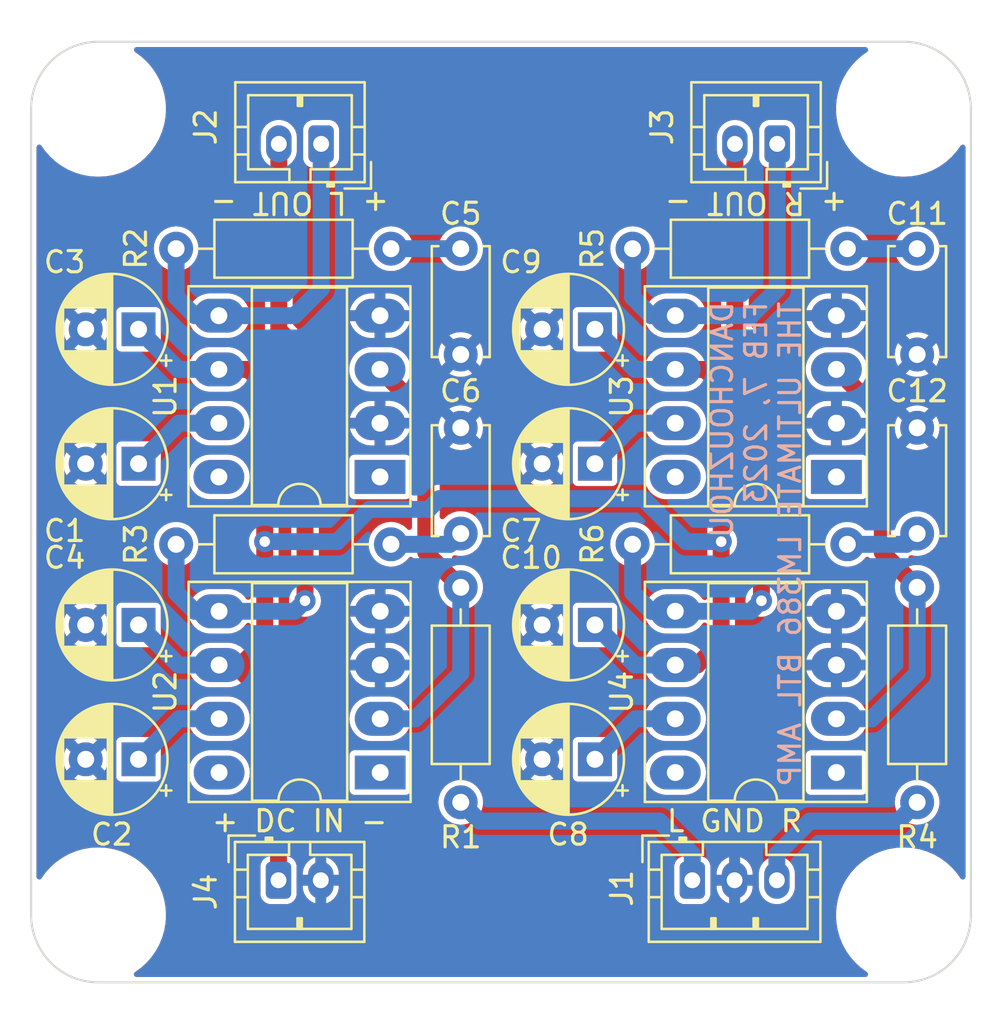
<source format=kicad_pcb>
(kicad_pcb (version 20211014) (generator pcbnew)
  (layers (0 "F.Cu" signal) (31 "B.Cu" signal) (34 "B.Paste" user) (35 "F.Paste" user) (36 "B.SilkS" user "B.Silkscreen") (37 "F.SilkS" user "F.Silkscreen") (38 "B.Mask" user) (39 "F.Mask" user) (44 "Edge.Cuts" user))
  (net 0 "")
  (net 1 "Net-(C1-Pad1)")
  (net 2 "GND")
  (net 3 "Net-(C2-Pad1)")
  (net 4 "VCC")
  (net 5 "Net-(C5-Pad1)")
  (net 6 "Net-(C6-Pad1)")
  (net 7 "Net-(C7-Pad1)")
  (net 8 "Net-(C8-Pad1)")
  (net 9 "Net-(C11-Pad1)")
  (net 10 "Net-(C12-Pad1)")
  (net 11 "L_IN")
  (net 12 "R_IN")
  (net 13 "Net-(R2-Pad1)")
  (net 14 "Net-(R3-Pad1)")
  (net 15 "Net-(R5-Pad1)")
  (net 16 "Net-(J3-Pad2)")
  (net 17 "Net-(R1-Pad2)")
  (net 18 "Net-(R4-Pad2)")
  (footprint "Capacitor_THT:CP_Radial_D5.0mm_P2.50mm" (layer "F.Cu") (at 26.67 19.939 180)
    (fp_text reference "C7")
    (fp_text value "10uF")
  )
  (footprint "Capacitor_THT:CP_Radial_D5.0mm_P2.50mm" (layer "F.Cu") (at 26.67 33.909 180)
    (fp_text reference "C8")
    (fp_text value "10uF")
  )
  (footprint "Resistor_THT:R_Axial_DIN0207_L6.3mm_D2.5mm_P10.16mm_Horizontal" (layer "F.Cu") (at 6.858 9.779)
    (fp_text reference "R2")
    (fp_text value "10R")
  )
  (footprint "MountingHole:MountingHole_3.2mm_M3_DIN965" (layer "F.Cu") (at 41.275 3.175 90)
    (fp_text reference "H3" hide)
    (fp_text value "MountingHole")
  )
  (footprint "Capacitor_THT:CP_Radial_D5.0mm_P2.50mm" (layer "F.Cu") (at 5.08 27.559 180)
    (fp_text reference "C4")
    (fp_text value "100uF")
  )
  (footprint "Connector_JST:JST_PH_B2B-PH-K_1x02_P2.00mm_Vertical" (layer "F.Cu") (at 13.716 4.826 180)
    (fp_text reference "J2")
    (fp_text value "L_OUT")
  )
  (footprint "Capacitor_THT:CP_Radial_D5.0mm_P2.50mm" (layer "F.Cu") (at 5.08 13.589 180)
    (fp_text reference "C3")
    (fp_text value "100uF")
  )
  (footprint "MountingHole:MountingHole_3.2mm_M3_DIN965" (layer "F.Cu") (at 41.275 41.275 90)
    (fp_text reference "H4" hide)
    (fp_text value "MountingHole")
  )
  (footprint "Resistor_THT:R_Axial_DIN0207_L6.3mm_D2.5mm_P10.16mm_Horizontal" (layer "F.Cu") (at 20.32 35.941 90)
    (fp_text reference "R1")
    (fp_text value "200K")
  )
  (footprint "Connector_JST:JST_PH_B2B-PH-K_1x02_P2.00mm_Vertical" (layer "F.Cu") (at 35.29 4.826 180)
    (fp_text reference "J3")
    (fp_text value "R_OUT")
  )
  (footprint "Resistor_THT:R_Axial_DIN0207_L6.3mm_D2.5mm_P10.16mm_Horizontal" (layer "F.Cu") (at 41.91 35.941 90)
    (fp_text reference "R4")
    (fp_text value "200K")
  )
  (footprint "MountingHole:MountingHole_3.2mm_M3_DIN965" (layer "F.Cu") (at 3.175 3.175 -90)
    (fp_text reference "H1" hide)
    (fp_text value "MountingHole")
  )
  (footprint "Connector_JST:JST_PH_B3B-PH-K_1x03_P2.00mm_Vertical" (layer "F.Cu") (at 31.274 39.624)
    (fp_text reference "J1")
    (fp_text value "IN")
  )
  (footprint "Capacitor_THT:CP_Radial_D5.0mm_P2.50mm" (layer "F.Cu") (at 26.67 27.559 180)
    (fp_text reference "C10")
    (fp_text value "100uF")
  )
  (footprint "MountingHole:MountingHole_3.2mm_M3_DIN965" (layer "F.Cu") (at 3.175 41.275 -90)
    (fp_text reference "H2" hide)
    (fp_text value "MountingHole")
  )
  (footprint "Capacitor_THT:C_Disc_D5.0mm_W2.5mm_P5.00mm" (layer "F.Cu") (at 41.91 9.779 -90)
    (fp_text reference "C11")
    (fp_text value "47nF")
  )
  (footprint "Capacitor_THT:C_Disc_D5.0mm_W2.5mm_P5.00mm" (layer "F.Cu") (at 20.32 9.779 -90)
    (fp_text reference "C5")
    (fp_text value "47nF")
  )
  (footprint "Resistor_THT:R_Axial_DIN0207_L6.3mm_D2.5mm_P10.16mm_Horizontal" (layer "F.Cu") (at 28.448 9.779)
    (fp_text reference "R5")
    (fp_text value "10R")
  )
  (footprint "Package_DIP:DIP-8_W7.62mm_Socket_LongPads" (layer "F.Cu") (at 38.09 20.564 180)
    (fp_text reference "U3")
    (fp_text value "LM386")
  )
  (footprint "Resistor_THT:R_Axial_DIN0207_L6.3mm_D2.5mm_P10.16mm_Horizontal" (layer "F.Cu") (at 28.448 23.749)
    (fp_text reference "R6")
    (fp_text value "10R")
  )
  (footprint "Resistor_THT:R_Axial_DIN0207_L6.3mm_D2.5mm_P10.16mm_Horizontal" (layer "F.Cu") (at 6.858 23.749)
    (fp_text reference "R3")
    (fp_text value "10R")
  )
  (footprint "Package_DIP:DIP-8_W7.62mm_Socket_LongPads" (layer "F.Cu") (at 38.09 34.534 180)
    (fp_text reference "U4")
    (fp_text value "LM386")
  )
  (footprint "Package_DIP:DIP-8_W7.62mm_Socket_LongPads" (layer "F.Cu") (at 16.51 34.534 180)
    (fp_text reference "U2")
    (fp_text value "LM386")
  )
  (footprint "Capacitor_THT:CP_Radial_D5.0mm_P2.50mm" (layer "F.Cu") (at 5.08 19.939 180)
    (fp_text reference "C1")
    (fp_text value "10uF")
  )
  (footprint "Capacitor_THT:C_Disc_D5.0mm_W2.5mm_P5.00mm" (layer "F.Cu") (at 20.32 23.241 90)
    (fp_text reference "C6")
    (fp_text value "47nF")
  )
  (footprint "Symbol:OSHW-Logo_5.7x6mm_Copper" (layer "F.Cu") (at 24.638 4.572 90)
    (fp_text reference "LOGO1" hide)
    (fp_text value "Logo_Open_Hardware_Small" hide)
  )
  (footprint "Connector_JST:JST_PH_B2B-PH-K_1x02_P2.00mm_Vertical" (layer "F.Cu") (at 11.7 39.624)
    (fp_text reference "J4")
    (fp_text value "POWER")
  )
  (footprint "Capacitor_THT:CP_Radial_D5.0mm_P2.50mm" (layer "F.Cu") (at 5.08 33.909 180)
    (fp_text reference "C2")
    (fp_text value "10uF")
  )
  (footprint "Package_DIP:DIP-8_W7.62mm_Socket_LongPads" (layer "F.Cu") (at 16.5 20.564 180)
    (fp_text reference "U1")
    (fp_text value "LM386")
  )
  (footprint "Capacitor_THT:C_Disc_D5.0mm_W2.5mm_P5.00mm" (layer "F.Cu") (at 41.91 23.241 90)
    (fp_text reference "C12")
    (fp_text value "47nF")
  )
  (footprint "Capacitor_THT:CP_Radial_D5.0mm_P2.50mm" (layer "F.Cu") (at 26.67 13.589 180)
    (fp_text reference "C9")
    (fp_text value "100uF")
  )
  (gr_arc (start 41.275 0) (mid 43.520064 0.929936) (end 44.45 3.175) (layer "Edge.Cuts") (width 0.1))
  (gr_arc (start 0 3.175) (mid 0.929936 0.929936) (end 3.175 0) (layer "Edge.Cuts") (width 0.1))
  (gr_arc (start 44.45 41.275) (mid 43.520064 43.520064) (end 41.275 44.45) (layer "Edge.Cuts") (width 0.1))
  (gr_line (start 0 41.275) (end 0 3.175) (layer "Edge.Cuts") (width 0.1))
  (gr_arc (start 3.175 44.45) (mid 0.929936 43.520064) (end 0 41.275) (layer "Edge.Cuts") (width 0.1))
  (gr_line (start 44.45 3.175) (end 44.45 41.275) (layer "Edge.Cuts") (width 0.1))
  (gr_line (start 3.175 0) (end 41.275 0) (layer "Edge.Cuts") (width 0.1))
  (gr_line (start 41.275 44.45) (end 3.175 44.45) (layer "Edge.Cuts") (width 0.1))
  (gr_text "DANCHOUZHOU\nFEB 7, 2023\nTHE ULTIMATE LM386 BTL AMP" (at 34.29 12.192 90) (layer "B.SilkS") (effects (font (size 1 1)) (justify left mirror)))
  (gr_text "L GND R" (at 33.274 36.83) (layer "F.SilkS") (effects (font (size 1 1))))
  (gr_text "+ L OUT -" (at 12.7 7.62 180) (layer "F.SilkS") (effects (font (size 1 1))))
  (gr_text "+ DC IN -" (at 12.7 36.83) (layer "F.SilkS") (effects (font (size 1 1))))
  (gr_text "+ R OUT -" (at 34.29 7.62 180) (layer "F.SilkS") (effects (font (size 1 1))))
  (segment (start 6.995 18.024) (end 5.08 19.939) (width 0.8) (layer "B.Cu") (net 1))
  (segment (start 8.88 18.024) (end 6.995 18.024) (width 0.8) (layer "B.Cu") (net 1))
  (segment (start 8.89 31.994) (end 6.995 31.994) (width 0.8) (layer "B.Cu") (net 3))
  (segment (start 6.995 31.994) (end 5.08 33.909) (width 0.8) (layer "B.Cu") (net 3))
  (segment (start 10.277 15.484) (end 8.89 15.484) (width 0.8) (layer "F.Cu") (net 4))
  (segment (start 8.88 29.454) (end 9.642 29.454) (width 0.8) (layer "F.Cu") (net 4))
  (segment (start 32.639 23.622) (end 32.639 28.321) (width 0.8) (layer "F.Cu") (net 4))
  (segment (start 32.639 16.256) (end 31.867 15.484) (width 0.8) (layer "F.Cu") (net 4))
  (segment (start 9.916 29.454) (end 8.88 29.454) (width 0.8) (layer "F.Cu") (net 4))
  (segment (start 32.639 28.321) (end 31.506 29.454) (width 0.8) (layer "F.Cu") (net 4))
  (segment (start 9.642 29.454) (end 11.7 31.512) (width 0.8) (layer "F.Cu") (net 4))
  (segment (start 11.7 31.512) (end 11.7 39.624) (width 0.8) (layer "F.Cu") (net 4))
  (segment (start 11.049 28.321) (end 9.916 29.454) (width 0.8) (layer "F.Cu") (net 4))
  (segment (start 11.049 23.622) (end 11.049 16.256) (width 0.8) (layer "F.Cu") (net 4))
  (segment (start 11.049 23.622) (end 11.049 28.321) (width 0.8) (layer "F.Cu") (net 4))
  (segment (start 32.639 23.622) (end 32.639 16.256) (width 0.8) (layer "F.Cu") (net 4))
  (segment (start 11.049 16.256) (end 10.277 15.484) (width 0.8) (layer "F.Cu") (net 4))
  (segment (start 31.506 29.454) (end 30.47 29.454) (width 0.8) (layer "F.Cu") (net 4))
  (segment (start 31.867 15.484) (end 30.47 15.484) (width 0.8) (layer "F.Cu") (net 4))
  (via (at 32.639 23.622) (size 1) (drill 0.5) (layers "F.Cu" "B.Cu") (net 4))
  (via (at 11.049 23.622) (size 1) (drill 0.5) (layers "F.Cu" "B.Cu") (net 4))
  (segment (start 28.565 29.454) (end 26.67 27.559) (width 0.8) (layer "B.Cu") (net 4))
  (segment (start 6.975 29.454) (end 5.08 27.559) (width 0.8) (layer "B.Cu") (net 4))
  (segment (start 14.478 23.622) (end 16.002 22.098) (width 0.8) (layer "B.Cu") (net 4))
  (segment (start 19.304 21.59) (end 28.956 21.59) (width 0.8) (layer "B.Cu") (net 4))
  (segment (start 18.796 22.098) (end 19.304 21.59) (width 0.8) (layer "B.Cu") (net 4))
  (segment (start 8.89 29.454) (end 6.975 29.454) (width 0.8) (layer "B.Cu") (net 4))
  (segment (start 30.47 29.454) (end 28.565 29.454) (width 0.8) (layer "B.Cu") (net 4))
  (segment (start 30.988 23.622) (end 32.639 23.622) (width 0.8) (layer "B.Cu") (net 4))
  (segment (start 16.002 22.098) (end 18.796 22.098) (width 0.8) (layer "B.Cu") (net 4))
  (segment (start 28.565 15.484) (end 26.67 13.589) (width 0.8) (layer "B.Cu") (net 4))
  (segment (start 8.88 15.484) (end 6.975 15.484) (width 0.8) (layer "B.Cu") (net 4))
  (segment (start 6.975 15.484) (end 5.08 13.589) (width 0.8) (layer "B.Cu") (net 4))
  (segment (start 11.049 23.622) (end 14.478 23.622) (width 0.8) (layer "B.Cu") (net 4))
  (segment (start 28.956 21.59) (end 30.988 23.622) (width 0.8) (layer "B.Cu") (net 4))
  (segment (start 30.47 15.484) (end 28.565 15.484) (width 0.8) (layer "B.Cu") (net 4))
  (segment (start 17.018 9.779) (end 20.32 9.779) (width 0.8) (layer "B.Cu") (net 5))
  (segment (start 19.812 23.749) (end 20.32 23.241) (width 0.8) (layer "B.Cu") (net 6))
  (segment (start 17.018 23.749) (end 19.812 23.749) (width 0.8) (layer "B.Cu") (net 6))
  (segment (start 28.585 18.024) (end 26.67 19.939) (width 0.8) (layer "B.Cu") (net 7))
  (segment (start 30.47 18.024) (end 28.585 18.024) (width 0.8) (layer "B.Cu") (net 7))
  (segment (start 28.585 31.994) (end 26.67 33.909) (width 0.8) (layer "B.Cu") (net 8))
  (segment (start 30.47 31.994) (end 28.585 31.994) (width 0.8) (layer "B.Cu") (net 8))
  (segment (start 41.91 9.779) (end 38.608 9.779) (width 0.8) (layer "B.Cu") (net 9))
  (segment (start 41.402 23.749) (end 41.91 23.241) (width 0.8) (layer "B.Cu") (net 10))
  (segment (start 38.608 23.749) (end 41.402 23.749) (width 0.8) (layer "B.Cu") (net 10))
  (segment (start 21.209 36.83) (end 29.718 36.83) (width 0.8) (layer "B.Cu") (net 11))
  (segment (start 29.718 36.83) (end 31.274 38.386) (width 0.8) (layer "B.Cu") (net 11))
  (segment (start 20.32 35.941) (end 21.209 36.83) (width 0.8) (layer "B.Cu") (net 11))
  (segment (start 31.274 38.386) (end 31.274 39.624) (width 0.8) (layer "B.Cu") (net 11))
  (segment (start 36.83 36.83) (end 35.274 38.386) (width 0.8) (layer "B.Cu") (net 12))
  (segment (start 41.021 36.83) (end 36.83 36.83) (width 0.8) (layer "B.Cu") (net 12))
  (segment (start 35.274 38.386) (end 35.274 39.624) (width 0.8) (layer "B.Cu") (net 12))
  (segment (start 41.91 35.941) (end 41.021 36.83) (width 0.8) (layer "B.Cu") (net 12))
  (segment (start 8.88 12.944) (end 12.456 12.944) (width 0.8) (layer "B.Cu") (net 13))
  (segment (start 6.858 12.065) (end 6.858 9.779) (width 0.8) (layer "B.Cu") (net 13))
  (segment (start 8.88 12.944) (end 7.737 12.944) (width 0.8) (layer "B.Cu") (net 13))
  (segment (start 13.716 11.684) (end 13.716 4.826) (width 0.8) (layer "B.Cu") (net 13))
  (segment (start 12.456 12.944) (end 13.716 11.684) (width 0.8) (layer "B.Cu") (net 13))
  (segment (start 7.737 12.944) (end 6.858 12.065) (width 0.8) (layer "B.Cu") (net 13))
  (segment (start 11.716 13.621) (end 11.716 4.826) (width 0.8) (layer "F.Cu") (net 14))
  (segment (start 12.954 26.416) (end 12.954 14.859) (width 0.8) (layer "F.Cu") (net 14))
  (segment (start 12.954 14.859) (end 11.716 13.621) (width 0.8) (layer "F.Cu") (net 14))
  (via (at 12.954 26.416) (size 1) (drill 0.5) (layers "F.Cu" "B.Cu") (net 14))
  (segment (start 12.456 26.914) (end 12.954 26.416) (width 0.8) (layer "B.Cu") (net 14))
  (segment (start 8.89 26.914) (end 7.737 26.914) (width 0.8) (layer "B.Cu") (net 14))
  (segment (start 8.88 26.914) (end 12.456 26.914) (width 0.8) (layer "B.Cu") (net 14))
  (segment (start 6.858 26.035) (end 6.858 23.749) (width 0.8) (layer "B.Cu") (net 14))
  (segment (start 7.737 26.914) (end 6.858 26.035) (width 0.8) (layer "B.Cu") (net 14))
  (segment (start 28.448 12.065) (end 28.448 9.779) (width 0.8) (layer "B.Cu") (net 15))
  (segment (start 35.29 11.7) (end 35.29 4.826) (width 0.8) (layer "B.Cu") (net 15))
  (segment (start 30.47 12.944) (end 34.046 12.944) (width 0.8) (layer "B.Cu") (net 15))
  (segment (start 30.47 12.944) (end 29.327 12.944) (width 0.8) (layer "B.Cu") (net 15))
  (segment (start 34.046 12.944) (end 35.29 11.7) (width 0.8) (layer "B.Cu") (net 15))
  (segment (start 29.327 12.944) (end 28.448 12.065) (width 0.8) (layer "B.Cu") (net 15))
  (segment (start 34.544 14.859) (end 33.29 13.605) (width 0.8) (layer "F.Cu") (net 16))
  (segment (start 34.544 26.416) (end 34.544 14.859) (width 0.8) (layer "F.Cu") (net 16))
  (segment (start 33.29 13.605) (end 33.29 4.826) (width 0.8) (layer "F.Cu") (net 16))
  (via (at 34.544 26.416) (size 1) (drill 0.5) (layers "F.Cu" "B.Cu") (net 16))
  (segment (start 28.448 26.035) (end 28.448 23.749) (width 0.8) (layer "B.Cu") (net 16))
  (segment (start 29.327 26.914) (end 28.448 26.035) (width 0.8) (layer "B.Cu") (net 16))
  (segment (start 34.046 26.914) (end 34.544 26.416) (width 0.8) (layer "B.Cu") (net 16))
  (segment (start 30.47 26.914) (end 34.046 26.914) (width 0.8) (layer "B.Cu") (net 16))
  (segment (start 30.47 26.914) (end 29.327 26.914) (width 0.8) (layer "B.Cu") (net 16))
  (segment (start 18.669 24.13) (end 18.669 17.653) (width 0.8) (layer "F.Cu") (net 17))
  (segment (start 18.669 24.13) (end 20.32 25.781) (width 0.8) (layer "F.Cu") (net 17))
  (segment (start 18.669 17.653) (end 16.5 15.484) (width 0.8) (layer "F.Cu") (net 17))
  (segment (start 20.32 29.845) (end 20.32 25.781) (width 0.8) (layer "B.Cu") (net 17))
  (segment (start 18.171 31.994) (end 20.32 29.845) (width 0.8) (layer "B.Cu") (net 17))
  (segment (start 16.51 31.994) (end 18.171 31.994) (width 0.8) (layer "B.Cu") (net 17))
  (segment (start 40.259 24.13) (end 41.91 25.781) (width 0.8) (layer "F.Cu") (net 18))
  (segment (start 40.259 24.13) (end 40.259 17.653) (width 0.8) (layer "F.Cu") (net 18))
  (segment (start 40.259 17.653) (end 38.09 15.484) (width 0.8) (layer "F.Cu") (net 18))
  (segment (start 39.761 31.994) (end 41.91 29.845) (width 0.8) (layer "B.Cu") (net 18))
  (segment (start 41.91 29.845) (end 41.91 25.781) (width 0.8) (layer "B.Cu") (net 18))
  (segment (start 38.09 31.994) (end 39.761 31.994) (width 0.8) (layer "B.Cu") (net 18))
  (zone (net 2) (net_name "GND") (layers F&B.Cu) (connect_pads (clearance 0.254)) (min_thickness 0.254) (fill yes (thermal_gap 0.254) (thermal_bridge_width 0.508))
    (polygon (pts (xy 44.45 44.45) (xy 0 44.45) (xy 0 0) (xy 44.45 0)))
  )
)
</source>
